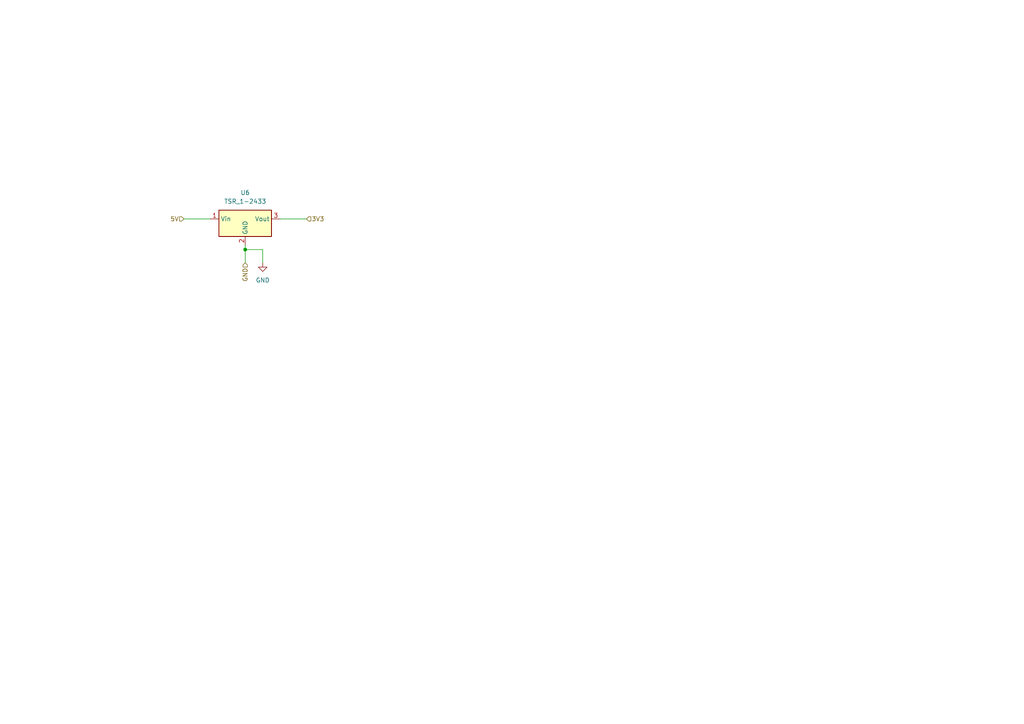
<source format=kicad_sch>
(kicad_sch (version 20250114) (generator "eeschema") (generator_version "9.0")
  (paper "A4")
  (lib_symbols
    (symbol "Regulator_Switching:TSR_1-2433"
      (property "Reference" "U" (at -7.62 6.35 0))
      (property "Value" "TSR_1-2433" (at -1.27 6.35 0))
      (symbol "TSR_1-2433_0_1"
        (rectangle (start -7.62 5.08) (end 7.62 -2.54) (stroke (width 0.254)) (fill (type background)))
      )
      (symbol "TSR_1-2433_1_1"
        (pin power_in line (at -10.16 2.54 0) (length 2.54) (name "Vin") (number "1"))
        (pin power_in line (at 0 -5.08 90) (length 2.54) (name "GND") (number "2"))
        (pin power_out line (at 10.16 2.54 180) (length 2.54) (name "Vout") (number "3"))
      )
    )
    (symbol "power:GND" (power) (pin_numbers (hide yes)) (pin_names (offset 0) (hide yes))
      (property "Value" "GND" (at 0 -3.81 0))
      (symbol "GND_0_1"
        (polyline (pts (xy 0 0) (xy 0 -1.27) (xy 1.27 -1.27) (xy 0 -2.54) (xy -1.27 -1.27) (xy 0 -1.27)))
      )
      (symbol "GND_1_1"
        (pin power_in line (at 0 0 270) (length 0) (name "~") (number "1"))
      )
    )
  )
  (junction (at 71.12 72.39))
  (wire (pts (xy 71.12 72.39) (xy 71.12 76.2)))
  (wire (pts (xy 76.2 76.2) (xy 76.2 72.39)))
  (wire (pts (xy 53.34 63.5) (xy 60.96 63.5)))
  (wire (pts (xy 76.2 72.39) (xy 71.12 72.39)))
  (wire (pts (xy 71.12 71.12) (xy 71.12 72.39)))
  (wire (pts (xy 81.28 63.5) (xy 88.9 63.5)))
  (hierarchical_label "GND" (shape input) (at 71.12 76.2 270))
  (hierarchical_label "5V" (shape input) (at 53.34 63.5 180))
  (hierarchical_label "3V3" (shape input) (at 88.9 63.5 0))
  (symbol (lib_id "Regulator_Switching:TSR_1-2433") (at 71.12 66.04 0) (unit 1)
    (property "Reference" "U6" (at 71.12 55.88 0))
    (property "Value" "TSR_1-2433" (at 71.12 58.42 0))
    (property "Footprint" "Converter_DCDC:Converter_DCDC_TRACO_TSR-1_THT" (effects (hide yes)))
    (property "Datasheet" "http://www.tracopower.com/products/tsr1.pdf" (effects (hide yes)))
    (property "Description" "1A step-down regulator module, fixed 3.3V output voltage, 5-36V input voltage, -40°C to +85°C temperature range, TO-220 compatible LM78xx replacement" (effects (hide yes)))
  )
  (symbol (lib_id "power:GND") (at 76.2 76.2 0) (unit 1)
    (property "Reference" "#PWR019" (effects (hide yes)))
    (property "Value" "GND" (at 76.2 81.28 0))
    (property "Description" "Power symbol creates a global label with name \"GND\" , ground" (effects (hide yes)))
  )
)
</source>
